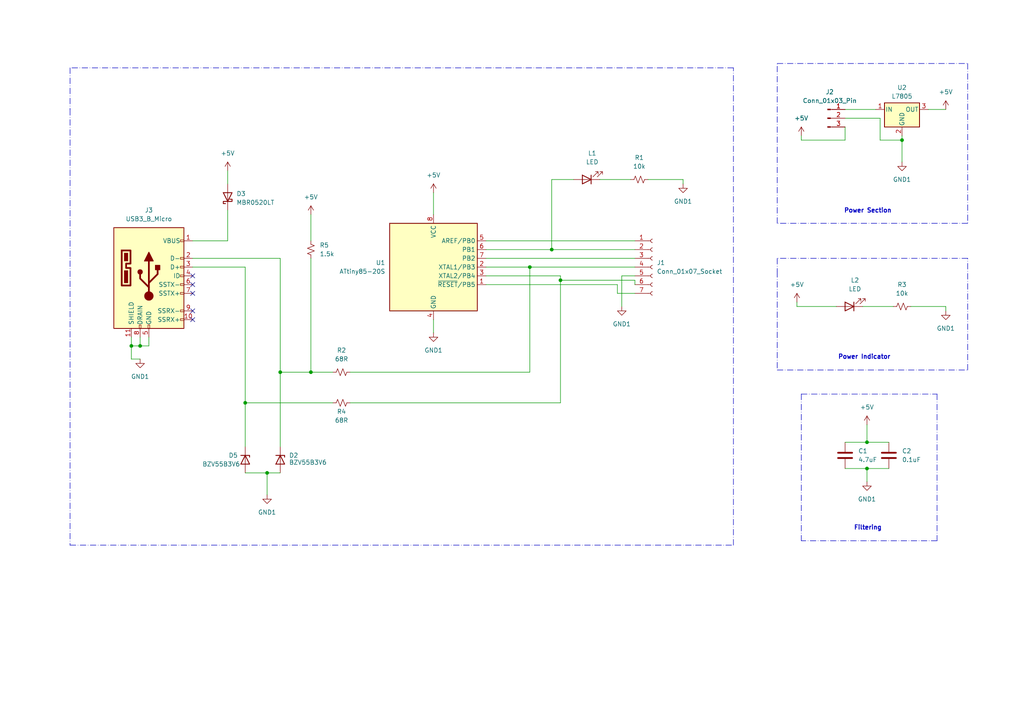
<source format=kicad_sch>
(kicad_sch (version 20231120) (generator "eeschema") (generator_version "8.0")
  (paper "A4")
  (title_block (title "ATtiny-Chainy") (date "2024-12-07") (rev "V-1.2") (company "Schrodinger Guru"))
  (lib_symbols
    (symbol "Connector:Conn_01x03_Pin" (pin_names (offset 1.016) hide)
      (property "Reference" "J" (at 0 5.08 0))
      (property "Value" "Conn_01x03_Pin" (at 0 -5.08 0))
      (symbol "Conn_01x03_Pin_1_1"
        (polyline (pts (xy 1.27 -2.54) (xy 0.8636 -2.54)) (stroke (width 0.1524)))
        (polyline (pts (xy 1.27 0) (xy 0.8636 0)) (stroke (width 0.1524)))
        (polyline (pts (xy 1.27 2.54) (xy 0.8636 2.54)) (stroke (width 0.1524)))
        (rectangle (start 0.8636 -2.413) (end 0 -2.667) (stroke (width 0.1524)) (fill (type outline)))
        (rectangle (start 0.8636 0.127) (end 0 -0.127) (stroke (width 0.1524)) (fill (type outline)))
        (rectangle (start 0.8636 2.667) (end 0 2.413) (stroke (width 0.1524)) (fill (type outline)))
        (pin passive line (at 5.08 2.54 180) (length 3.81) (name "Pin_1") (number "1"))
        (pin passive line (at 5.08 0 180) (length 3.81) (name "Pin_2") (number "2"))
        (pin passive line (at 5.08 -2.54 180) (length 3.81) (name "Pin_3") (number "3"))
      )
    )
    (symbol "Connector:Conn_01x07_Socket" (pin_names (offset 1.016) hide)
      (property "Reference" "J" (at 0 10.16 0))
      (property "Value" "Conn_01x07_Socket" (at 0 -10.16 0))
      (symbol "Conn_01x07_Socket_1_1"
        (arc (start 0 -7.112) (mid -0.5058 -7.62) (end 0 -8.128) (stroke (width 0.1524)))
        (arc (start 0 -4.572) (mid -0.5058 -5.08) (end 0 -5.588) (stroke (width 0.1524)))
        (arc (start 0 -2.032) (mid -0.5058 -2.54) (end 0 -3.048) (stroke (width 0.1524)))
        (polyline (pts (xy -1.27 -7.62) (xy -0.508 -7.62)) (stroke (width 0.1524)))
        (polyline (pts (xy -1.27 -5.08) (xy -0.508 -5.08)) (stroke (width 0.1524)))
        (polyline (pts (xy -1.27 -2.54) (xy -0.508 -2.54)) (stroke (width 0.1524)))
        (polyline (pts (xy -1.27 0) (xy -0.508 0)) (stroke (width 0.1524)))
        (polyline (pts (xy -1.27 2.54) (xy -0.508 2.54)) (stroke (width 0.1524)))
        (polyline (pts (xy -1.27 5.08) (xy -0.508 5.08)) (stroke (width 0.1524)))
        (polyline (pts (xy -1.27 7.62) (xy -0.508 7.62)) (stroke (width 0.1524)))
        (arc (start 0 0.508) (mid -0.5058 0) (end 0 -0.508) (stroke (width 0.1524)))
        (arc (start 0 3.048) (mid -0.5058 2.54) (end 0 2.032) (stroke (width 0.1524)))
        (arc (start 0 5.588) (mid -0.5058 5.08) (end 0 4.572) (stroke (width 0.1524)))
        (arc (start 0 8.128) (mid -0.5058 7.62) (end 0 7.112) (stroke (width 0.1524)))
        (pin passive line (at -5.08 7.62 0) (length 3.81) (name "Pin_1") (number "1"))
        (pin passive line (at -5.08 5.08 0) (length 3.81) (name "Pin_2") (number "2"))
        (pin passive line (at -5.08 2.54 0) (length 3.81) (name "Pin_3") (number "3"))
        (pin passive line (at -5.08 0 0) (length 3.81) (name "Pin_4") (number "4"))
        (pin passive line (at -5.08 -2.54 0) (length 3.81) (name "Pin_5") (number "5"))
        (pin passive line (at -5.08 -5.08 0) (length 3.81) (name "Pin_6") (number "6"))
        (pin passive line (at -5.08 -7.62 0) (length 3.81) (name "Pin_7") (number "7"))
      )
    )
    (symbol "Connector:USB3_B_Micro" (pin_names (offset 1.016))
      (property "Reference" "J" (at -10.16 15.24 0))
      (property "Value" "USB3_B_Micro" (at 10.16 15.24 0))
      (symbol "USB3_B_Micro_0_0"
        (rectangle (start -2.794 -15.24) (end -2.286 -14.224))
        (rectangle (start -0.254 -15.24) (end 0.254 -14.224))
        (rectangle (start 10.16 -12.446) (end 9.144 -12.954))
        (rectangle (start 10.16 -9.906) (end 9.144 -10.414))
        (rectangle (start 10.16 -4.826) (end 9.144 -5.334))
        (rectangle (start 10.16 -2.286) (end 9.144 -2.794))
        (rectangle (start 10.16 0.254) (end 9.144 -0.254))
        (rectangle (start 10.16 2.794) (end 9.144 2.286))
        (rectangle (start 10.16 5.334) (end 9.144 4.826))
        (rectangle (start 10.16 10.414) (end 9.144 9.906))
      )
      (symbol "USB3_B_Micro_0_1"
        (rectangle (start -10.16 13.97) (end 10.16 -15.24) (stroke (width 0.254)) (fill (type background)))
        (rectangle (start -7.112 1.524) (end -6.096 -2.032) (fill (type outline)))
        (rectangle (start -7.112 6.604) (end -6.096 4.318) (fill (type outline)))
        (polyline (pts (xy -7.874 7.366) (xy -7.874 -2.794) (xy -5.334 -2.794) (xy -5.334 2.286) (xy -6.604 2.286) (xy -6.604 3.556) (xy -5.334 3.556) (xy -5.334 7.366) (xy -7.874 7.366)) (stroke (width 0.508)))
      )
      (symbol "USB3_B_Micro_1_1"
        (circle (center -2.54 1.143) (radius 0.635) (stroke (width 0.254)) (fill (type outline)))
        (circle (center 0 -5.842) (radius 1.27) (fill (type outline)))
        (polyline (pts (xy 0 -5.842) (xy 0 4.318)) (stroke (width 0.508)))
        (polyline (pts (xy 0 -3.302) (xy -2.54 -0.762) (xy -2.54 0.508)) (stroke (width 0.508)))
        (polyline (pts (xy 0 -2.032) (xy 2.54 0.508) (xy 2.54 1.778)) (stroke (width 0.508)))
        (polyline (pts (xy -1.27 4.318) (xy 0 6.858) (xy 1.27 4.318) (xy -1.27 4.318)) (stroke (width 0.254)) (fill (type outline)))
        (rectangle (start 1.905 1.778) (end 3.175 3.048) (stroke (width 0.254)) (fill (type outline)))
        (pin power_out line (at 12.7 10.16 180) (length 2.54) (name "VBUS") (number "1"))
        (pin input line (at 12.7 -12.7 180) (length 2.54) (name "SSRX+") (number "10"))
        (pin passive line (at -5.08 -17.78 90) (length 2.54) (name "SHIELD") (number "11"))
        (pin bidirectional line (at 12.7 5.08 180) (length 2.54) (name "D-") (number "2"))
        (pin bidirectional line (at 12.7 2.54 180) (length 2.54) (name "D+") (number "3"))
        (pin passive line (at 12.7 0 180) (length 2.54) (name "ID") (number "4"))
        (pin power_out line (at 0 -17.78 90) (length 2.54) (name "GND") (number "5"))
        (pin output line (at 12.7 -2.54 180) (length 2.54) (name "SSTX-") (number "6"))
        (pin output line (at 12.7 -5.08 180) (length 2.54) (name "SSTX+") (number "7"))
        (pin passive line (at -2.54 -17.78 90) (length 2.54) (name "DRAIN") (number "8"))
        (pin input line (at 12.7 -10.16 180) (length 2.54) (name "SSRX-") (number "9"))
      )
    )
    (symbol "Device:C" (pin_numbers hide) (pin_names (offset 0.254))
      (property "Reference" "C" (at 0.635 2.54 0))
      (property "Value" "C" (at 0.635 -2.54 0))
      (symbol "C_0_1"
        (polyline (pts (xy -2.032 -0.762) (xy 2.032 -0.762)) (stroke (width 0.508)))
        (polyline (pts (xy -2.032 0.762) (xy 2.032 0.762)) (stroke (width 0.508)))
      )
      (symbol "C_1_1"
        (pin passive line (at 0 3.81 270) (length 2.794) (name "~") (number "1"))
        (pin passive line (at 0 -3.81 90) (length 2.794) (name "~") (number "2"))
      )
    )
    (symbol "Device:LED" (pin_numbers hide) (pin_names (offset 1.016) hide)
      (property "Reference" "D" (at 0 2.54 0))
      (property "Value" "LED" (at 0 -2.54 0))
      (symbol "LED_0_1"
        (polyline (pts (xy -1.27 -1.27) (xy -1.27 1.27)) (stroke (width 0.254)))
        (polyline (pts (xy -1.27 0) (xy 1.27 0)))
        (polyline (pts (xy 1.27 -1.27) (xy 1.27 1.27) (xy -1.27 0) (xy 1.27 -1.27)) (stroke (width 0.254)))
        (polyline (pts (xy -3.048 -0.762) (xy -4.572 -2.286) (xy -3.81 -2.286) (xy -4.572 -2.286) (xy -4.572 -1.524)))
        (polyline (pts (xy -1.778 -0.762) (xy -3.302 -2.286) (xy -2.54 -2.286) (xy -3.302 -2.286) (xy -3.302 -1.524)))
      )
      (symbol "LED_1_1"
        (pin passive line (at -3.81 0 0) (length 2.54) (name "K") (number "1"))
        (pin passive line (at 3.81 0 180) (length 2.54) (name "A") (number "2"))
      )
    )
    (symbol "Device:R_Small_US" (pin_numbers hide) (pin_names (offset 0.254) hide)
      (property "Reference" "R" (at 0.762 0.508 0))
      (property "Value" "R_Small_US" (at 0.762 -1.016 0))
      (symbol "R_Small_US_1_1"
        (polyline (pts (xy 0 0) (xy 1.016 -0.381) (xy 0 -0.762) (xy -1.016 -1.143) (xy 0 -1.524)))
        (polyline (pts (xy 0 1.524) (xy 1.016 1.143) (xy 0 0.762) (xy -1.016 0.381) (xy 0 0)))
        (pin passive line (at 0 2.54 270) (length 1.016) (name "~") (number "1"))
        (pin passive line (at 0 -2.54 90) (length 1.016) (name "~") (number "2"))
      )
    )
    (symbol "Diode:BZV55B3V6" (pin_numbers hide) (pin_names hide)
      (property "Reference" "D" (at 0 2.54 0))
      (property "Value" "BZV55B3V6" (at 0 -2.54 0))
      (symbol "BZV55B3V6_0_1"
        (polyline (pts (xy 1.27 0) (xy -1.27 0)))
        (polyline (pts (xy -1.27 -1.27) (xy -1.27 1.27) (xy -0.762 1.27)) (stroke (width 0.254)))
        (polyline (pts (xy 1.27 -1.27) (xy 1.27 1.27) (xy -1.27 0) (xy 1.27 -1.27)) (stroke (width 0.254)))
      )
      (symbol "BZV55B3V6_1_1"
        (pin passive line (at -3.81 0 0) (length 2.54) (name "K") (number "1"))
        (pin passive line (at 3.81 0 180) (length 2.54) (name "A") (number "2"))
      )
    )
    (symbol "Diode:MBR0520LT" (pin_numbers hide) (pin_names (offset 1.016) hide)
      (property "Reference" "D" (at 0 2.54 0))
      (property "Value" "MBR0520LT" (at 0 -2.54 0))
      (symbol "MBR0520LT_0_1"
        (polyline (pts (xy 1.27 0) (xy -1.27 0)))
        (polyline (pts (xy 1.27 1.27) (xy 1.27 -1.27) (xy -1.27 0) (xy 1.27 1.27)) (stroke (width 0.254)))
        (polyline (pts (xy -1.905 0.635) (xy -1.905 1.27) (xy -1.27 1.27) (xy -1.27 -1.27) (xy -0.635 -1.27) (xy -0.635 -0.635)) (stroke (width 0.254)))
      )
      (symbol "MBR0520LT_1_1"
        (pin passive line (at -3.81 0 0) (length 2.54) (name "K") (number "1"))
        (pin passive line (at 3.81 0 180) (length 2.54) (name "A") (number "2"))
      )
    )
    (symbol "MCU_Microchip_ATtiny:ATtiny85-20S"
      (property "Reference" "U" (at -12.7 13.97 0))
      (property "Value" "ATtiny85-20S" (at 2.54 -13.97 0))
      (symbol "ATtiny85-20S_0_1"
        (rectangle (start -12.7 -12.7) (end 12.7 12.7) (stroke (width 0.254)) (fill (type background)))
      )
      (symbol "ATtiny85-20S_1_1"
        (pin bidirectional line (at 15.24 -5.08 180) (length 2.54) (name "~{RESET}/PB5") (number "1"))
        (pin bidirectional line (at 15.24 0 180) (length 2.54) (name "XTAL1/PB3") (number "2"))
        (pin bidirectional line (at 15.24 -2.54 180) (length 2.54) (name "XTAL2/PB4") (number "3"))
        (pin power_in line (at 0 -15.24 90) (length 2.54) (name "GND") (number "4"))
        (pin bidirectional line (at 15.24 7.62 180) (length 2.54) (name "AREF/PB0") (number "5"))
        (pin bidirectional line (at 15.24 5.08 180) (length 2.54) (name "PB1") (number "6"))
        (pin bidirectional line (at 15.24 2.54 180) (length 2.54) (name "PB2") (number "7"))
        (pin power_in line (at 0 15.24 270) (length 2.54) (name "VCC") (number "8"))
      )
    )
    (symbol "Regulator_Linear:L7805" (pin_names (offset 0.254))
      (property "Reference" "U" (at -3.81 3.175 0))
      (property "Value" "L7805" (at 0 3.175 0))
      (symbol "L7805_0_1"
        (rectangle (start -5.08 1.905) (end 5.08 -5.08) (stroke (width 0.254)) (fill (type background)))
      )
      (symbol "L7805_1_1"
        (pin power_in line (at -7.62 0 0) (length 2.54) (name "IN") (number "1"))
        (pin power_in line (at 0 -7.62 90) (length 2.54) (name "GND") (number "2"))
        (pin power_out line (at 7.62 0 180) (length 2.54) (name "OUT") (number "3"))
      )
    )
    (symbol "power:+5V" (power) (pin_names (offset 0))
      (property "Value" "+5V" (at 0 3.556 0))
      (symbol "+5V_0_1"
        (polyline (pts (xy -0.762 1.27) (xy 0 2.54)))
        (polyline (pts (xy 0 0) (xy 0 2.54)))
        (polyline (pts (xy 0 2.54) (xy 0.762 1.27)))
      )
      (symbol "+5V_1_1"
        (pin power_in line (at 0 0 90) (length 0) hide (name "+5V") (number "1"))
      )
    )
    (symbol "power:GND1" (power) (pin_names (offset 0))
      (property "Value" "GND1" (at 0 -3.81 0))
      (symbol "GND1_0_1"
        (polyline (pts (xy 0 0) (xy 0 -1.27) (xy 1.27 -1.27) (xy 0 -2.54) (xy -1.27 -1.27) (xy 0 -1.27)))
      )
      (symbol "GND1_1_1"
        (pin power_in line (at 0 0 270) (length 0) hide (name "GND1") (number "1"))
      )
    )
  )
  (junction (at 71.12 116.84))
  (junction (at 261.62 40.64))
  (junction (at 38.1 100.33))
  (junction (at 251.46 128.27))
  (junction (at 251.46 135.89))
  (junction (at 160.02 72.39))
  (junction (at 90.17 107.95))
  (junction (at 40.64 100.33))
  (junction (at 153.67 77.47))
  (junction (at 162.56 81.28))
  (junction (at 77.47 137.16))
  (junction (at 81.28 107.95))
  (no_connect (at 55.88 80.01))
  (no_connect (at 55.88 82.55))
  (no_connect (at 55.88 90.17))
  (no_connect (at 55.88 85.09))
  (no_connect (at 55.88 92.71))
  (wire (pts (xy 245.11 34.29) (xy 255.27 34.29)))
  (wire (pts (xy 162.56 116.84) (xy 162.56 81.28)))
  (wire (pts (xy 81.28 74.93) (xy 81.28 107.95)))
  (polyline (pts (xy 280.67 18.415) (xy 280.67 64.77)) (stroke (width 0) (type dash_dot)))
  (wire (pts (xy 180.34 80.01) (xy 180.34 88.9)))
  (polyline (pts (xy 280.67 64.77) (xy 225.425 64.77)) (stroke (width 0) (type dash_dot)))
  (wire (pts (xy 140.97 82.55) (xy 179.07 82.55)))
  (wire (pts (xy 231.14 88.9) (xy 242.57 88.9)))
  (wire (pts (xy 245.11 40.64) (xy 245.11 36.83)))
  (wire (pts (xy 125.73 55.88) (xy 125.73 62.23)))
  (wire (pts (xy 125.73 92.71) (xy 125.73 96.52)))
  (wire (pts (xy 269.24 31.75) (xy 274.32 31.75)))
  (wire (pts (xy 274.32 88.9) (xy 274.32 90.17)))
  (polyline (pts (xy 280.67 107.315) (xy 280.67 74.93)) (stroke (width 0) (type dash_dot)))
  (wire (pts (xy 81.28 107.95) (xy 90.17 107.95)))
  (wire (pts (xy 245.11 128.27) (xy 251.46 128.27)))
  (wire (pts (xy 231.14 87.63) (xy 231.14 88.9)))
  (wire (pts (xy 90.17 62.23) (xy 90.17 69.85)))
  (polyline (pts (xy 225.425 18.415) (xy 280.67 18.415)) (stroke (width 0) (type dash_dot)))
  (wire (pts (xy 162.56 81.28) (xy 162.56 80.01)))
  (wire (pts (xy 90.17 74.93) (xy 90.17 107.95)))
  (wire (pts (xy 40.64 100.33) (xy 38.1 100.33)))
  (wire (pts (xy 251.46 128.27) (xy 257.81 128.27)))
  (wire (pts (xy 264.16 88.9) (xy 274.32 88.9)))
  (wire (pts (xy 140.97 77.47) (xy 153.67 77.47)))
  (wire (pts (xy 140.97 69.85) (xy 184.15 69.85)))
  (wire (pts (xy 160.02 52.07) (xy 160.02 72.39)))
  (wire (pts (xy 245.11 135.89) (xy 251.46 135.89)))
  (polyline (pts (xy 212.725 19.685) (xy 20.32 19.685)) (stroke (width 0) (type dash_dot)))
  (wire (pts (xy 179.07 82.55) (xy 179.07 85.09)))
  (polyline (pts (xy 20.32 31.75) (xy 20.32 158.115)) (stroke (width 0) (type dash_dot)))
  (wire (pts (xy 261.62 39.37) (xy 261.62 40.64)))
  (wire (pts (xy 55.88 77.47) (xy 71.12 77.47)))
  (polyline (pts (xy 232.41 114.3) (xy 271.78 114.3)) (stroke (width 0) (type dash_dot)))
  (wire (pts (xy 184.15 82.55) (xy 184.15 81.28)))
  (wire (pts (xy 180.34 80.01) (xy 184.15 80.01)))
  (wire (pts (xy 160.02 72.39) (xy 184.15 72.39)))
  (wire (pts (xy 71.12 116.84) (xy 96.52 116.84)))
  (wire (pts (xy 38.1 104.14) (xy 40.64 104.14)))
  (wire (pts (xy 162.56 81.28) (xy 184.15 81.28)))
  (wire (pts (xy 245.11 31.75) (xy 254 31.75)))
  (wire (pts (xy 38.1 97.79) (xy 38.1 100.33)))
  (wire (pts (xy 43.18 100.33) (xy 40.64 100.33)))
  (wire (pts (xy 198.12 52.07) (xy 198.12 53.34)))
  (wire (pts (xy 71.12 137.16) (xy 77.47 137.16)))
  (polyline (pts (xy 225.425 107.315) (xy 280.67 107.315)) (stroke (width 0) (type dash_dot)))
  (wire (pts (xy 55.88 69.85) (xy 66.04 69.85)))
  (wire (pts (xy 251.46 123.19) (xy 251.46 128.27)))
  (wire (pts (xy 71.12 116.84) (xy 71.12 129.54)))
  (wire (pts (xy 101.6 107.95) (xy 153.67 107.95)))
  (wire (pts (xy 77.47 137.16) (xy 77.47 143.51)))
  (polyline (pts (xy 280.67 74.93) (xy 225.425 74.93)) (stroke (width 0) (type dash_dot)))
  (wire (pts (xy 255.27 34.29) (xy 255.27 40.64)))
  (wire (pts (xy 153.67 77.47) (xy 184.15 77.47)))
  (wire (pts (xy 250.19 88.9) (xy 259.08 88.9)))
  (wire (pts (xy 140.97 80.01) (xy 162.56 80.01)))
  (wire (pts (xy 153.67 107.95) (xy 153.67 77.47)))
  (polyline (pts (xy 225.425 78.74) (xy 225.425 107.315)) (stroke (width 0) (type dash_dot)))
  (wire (pts (xy 66.04 49.53) (xy 66.04 53.34)))
  (polyline (pts (xy 20.32 158.115) (xy 212.725 158.115)) (stroke (width 0) (type dash_dot)))
  (wire (pts (xy 179.07 85.09) (xy 184.15 85.09)))
  (wire (pts (xy 251.46 135.89) (xy 257.81 135.89)))
  (wire (pts (xy 40.64 97.79) (xy 40.64 100.33)))
  (wire (pts (xy 101.6 116.84) (xy 162.56 116.84)))
  (wire (pts (xy 251.46 135.89) (xy 251.46 139.7)))
  (polyline (pts (xy 225.425 74.93) (xy 225.425 78.74)) (stroke (width 0) (type dash_dot)))
  (polyline (pts (xy 212.725 158.115) (xy 212.725 19.685)) (stroke (width 0) (type dash_dot)))
  (polyline (pts (xy 20.32 19.685) (xy 20.32 31.75)) (stroke (width 0) (type dash_dot)))
  (wire (pts (xy 77.47 137.16) (xy 81.28 137.16)))
  (wire (pts (xy 140.97 72.39) (xy 160.02 72.39)))
  (polyline (pts (xy 232.41 114.3) (xy 232.41 156.845)) (stroke (width 0) (type dash_dot)))
  (wire (pts (xy 38.1 100.33) (xy 38.1 104.14)))
  (polyline (pts (xy 271.78 114.3) (xy 271.78 156.845)) (stroke (width 0) (type dash_dot)))
  (wire (pts (xy 140.97 74.93) (xy 184.15 74.93)))
  (wire (pts (xy 90.17 107.95) (xy 96.52 107.95)))
  (wire (pts (xy 232.41 39.37) (xy 232.41 40.64)))
  (wire (pts (xy 71.12 77.47) (xy 71.12 116.84)))
  (wire (pts (xy 187.96 52.07) (xy 198.12 52.07)))
  (wire (pts (xy 55.88 74.93) (xy 81.28 74.93)))
  (wire (pts (xy 232.41 40.64) (xy 245.11 40.64)))
  (wire (pts (xy 261.62 40.64) (xy 261.62 46.99)))
  (polyline (pts (xy 225.425 64.77) (xy 225.425 18.415)) (stroke (width 0) (type dash_dot)))
  (wire (pts (xy 166.37 52.07) (xy 160.02 52.07)))
  (wire (pts (xy 173.99 52.07) (xy 182.88 52.07)))
  (polyline (pts (xy 271.78 156.845) (xy 232.41 156.845)) (stroke (width 0) (type dash_dot)))
  (wire (pts (xy 66.04 60.96) (xy 66.04 69.85)))
  (wire (pts (xy 81.28 107.95) (xy 81.28 129.54)))
  (wire (pts (xy 43.18 97.79) (xy 43.18 100.33)))
  (wire (pts (xy 255.27 40.64) (xy 261.62 40.64)))
  (text "Power Indicator" (at 250.698 103.632 0) (effects (font (size 1.27 1.27) (thickness 0.254) (bold yes))))
  (text "Filtering" (at 251.714 153.162 0) (effects (font (size 1.27 1.27) (thickness 0.254) (bold yes))))
  (text "Power Section" (at 251.714 61.214 0) (effects (font (size 1.27 1.27) (thickness 0.254) (bold yes))))
  (symbol (lib_id "Diode:BZV55B3V6") (at 71.12 133.35 270) (unit 1)
    (property "Reference" "D5" (at 66.294 132.08 90) (effects (justify left)))
    (property "Value" "BZV55B3V6" (at 58.674 134.62 90) (effects (justify left)))
    (property "Footprint" "Diode_SMD:D_MiniMELF" (effects (hide yes)))
    (property "Datasheet" "https://assets.nexperia.com/documents/data-sheet/BZV55_SER.pdf" (effects (hide yes)))
  )
  (symbol (lib_id "power:GND1") (at 274.32 90.17 0) (unit 1)
    (property "Reference" "#PWR012" (effects (hide yes)))
    (property "Value" "GND1" (at 274.32 95.25 0))
  )
  (symbol (lib_id "power:+5V") (at 90.17 62.23 0) (unit 1)
    (property "Reference" "#PWR014" (effects (hide yes)))
    (property "Value" "+5V" (at 90.17 57.15 0))
  )
  (symbol (lib_id "power:+5V") (at 232.41 39.37 0) (unit 1)
    (property "Reference" "#PWR01" (effects (hide yes)))
    (property "Value" "+5V" (at 232.41 34.29 0))
  )
  (symbol (lib_id "Device:R_Small_US") (at 185.42 52.07 90) (unit 1)
    (property "Reference" "R1" (at 185.42 45.72 90))
    (property "Value" "10k" (at 185.42 48.26 90))
    (property "Footprint" "Resistor_SMD:R_0805_2012Metric_Pad1.20x1.40mm_HandSolder" (effects (hide yes)))
  )
  (symbol (lib_id "Device:R_Small_US") (at 261.62 88.9 90) (unit 1)
    (property "Reference" "R3" (at 261.62 82.55 90))
    (property "Value" "10k" (at 261.62 85.09 90))
    (property "Footprint" "Resistor_SMD:R_0805_2012Metric_Pad1.20x1.40mm_HandSolder" (effects (hide yes)))
  )
  (symbol (lib_id "power:+5V") (at 251.46 123.19 0) (unit 1)
    (property "Reference" "#PWR05" (effects (hide yes)))
    (property "Value" "+5V" (at 251.46 118.11 0))
  )
  (symbol (lib_id "Regulator_Linear:L7805") (at 261.62 31.75 0) (unit 1)
    (property "Reference" "U2" (at 261.62 25.4 0))
    (property "Value" "L7805" (at 261.62 27.94 0))
    (property "Footprint" "Package_TO_SOT_SMD:TO-252-2" (effects (hide yes)))
    (property "Datasheet" "http://www.st.com/content/ccc/resource/technical/document/datasheet/41/4f/b3/b0/12/d4/47/88/CD00000444.pdf/files/CD00000444.pdf/jcr:content/translations/en.CD00000444.pdf" (effects (hide yes)))
  )
  (symbol (lib_id "power:GND1") (at 198.12 53.34 0) (unit 1)
    (property "Reference" "#PWR011" (effects (hide yes)))
    (property "Value" "GND1" (at 198.12 58.42 0))
  )
  (symbol (lib_id "power:GND1") (at 40.64 104.14 0) (unit 1)
    (property "Reference" "#PWR08" (effects (hide yes)))
    (property "Value" "GND1" (at 40.64 109.22 0))
  )
  (symbol (lib_id "Connector:Conn_01x03_Pin") (at 240.03 34.29 0) (unit 1)
    (property "Reference" "J2" (at 240.665 26.67 0))
    (property "Value" "Conn_01x03_Pin" (at 240.665 29.21 0))
    (property "Footprint" "Connector_PinHeader_2.54mm:PinHeader_1x03_P2.54mm_Vertical" (effects (hide yes)))
  )
  (symbol (lib_id "Device:LED") (at 170.18 52.07 180) (unit 1)
    (property "Reference" "L1" (at 171.7675 44.45 0))
    (property "Value" "LED" (at 171.7675 46.99 0))
    (property "Footprint" "LED_SMD:LED_0805_2012Metric_Pad1.15x1.40mm_HandSolder" (effects (hide yes)))
  )
  (symbol (lib_id "Device:C") (at 245.11 132.08 0) (unit 1)
    (property "Reference" "C1" (at 248.92 130.81 0) (effects (justify left)))
    (property "Value" "4.7uF" (at 248.92 133.35 0) (effects (justify left)))
    (property "Footprint" "Capacitor_SMD:C_0805_2012Metric_Pad1.18x1.45mm_HandSolder" (effects (hide yes)))
  )
  (symbol (lib_id "Diode:BZV55B3V6") (at 81.28 133.35 270) (unit 1)
    (property "Reference" "D2" (at 83.82 132.08 90) (effects (justify left)))
    (property "Value" "BZV55B3V6" (at 83.82 134.112 90) (effects (justify left)))
    (property "Footprint" "Diode_SMD:D_MiniMELF" (effects (hide yes)))
    (property "Datasheet" "https://assets.nexperia.com/documents/data-sheet/BZV55_SER.pdf" (effects (hide yes)))
  )
  (symbol (lib_id "power:+5V") (at 231.14 87.63 0) (unit 1)
    (property "Reference" "#PWR013" (effects (hide yes)))
    (property "Value" "+5V" (at 231.14 82.55 0))
  )
  (symbol (lib_id "power:GND1") (at 125.73 96.52 0) (unit 1)
    (property "Reference" "#PWR010" (effects (hide yes)))
    (property "Value" "GND1" (at 125.73 101.6 0))
  )
  (symbol (lib_id "Device:LED") (at 246.38 88.9 180) (unit 1)
    (property "Reference" "L2" (at 247.9675 81.28 0))
    (property "Value" "LED" (at 247.9675 83.82 0))
    (property "Footprint" "LED_SMD:LED_0805_2012Metric_Pad1.15x1.40mm_HandSolder" (effects (hide yes)))
  )
  (symbol (lib_id "power:GND1") (at 251.46 139.7 0) (unit 1)
    (property "Reference" "#PWR06" (effects (hide yes)))
    (property "Value" "GND1" (at 251.46 144.78 0))
  )
  (symbol (lib_id "power:GND1") (at 261.62 46.99 0) (unit 1)
    (property "Reference" "#PWR03" (effects (hide yes)))
    (property "Value" "GND1" (at 261.62 52.07 0))
  )
  (symbol (lib_id "Device:R_Small_US") (at 99.06 116.84 90) (unit 1)
    (property "Reference" "R4" (at 99.06 119.38 90))
    (property "Value" "68R" (at 99.06 121.92 90))
    (property "Footprint" "Resistor_SMD:R_0805_2012Metric_Pad1.20x1.40mm_HandSolder" (effects (hide yes)))
  )
  (symbol (lib_id "MCU_Microchip_ATtiny:ATtiny85-20S") (at 125.73 77.47 0) (unit 1)
    (property "Reference" "U1" (at 111.76 76.2 0) (effects (justify right)))
    (property "Value" "ATtiny85-20S" (at 111.76 78.74 0) (effects (justify right)))
    (property "Footprint" "Package_SO:SOIC-8W_5.3x5.3mm_P1.27mm" (effects (hide yes)))
    (property "Datasheet" "http://ww1.microchip.com/downloads/en/DeviceDoc/atmel-2586-avr-8-bit-microcontroller-attiny25-attiny45-attiny85_datasheet.pdf" (effects (hide yes)))
  )
  (symbol (lib_id "power:+5V") (at 274.32 31.75 0) (unit 1)
    (property "Reference" "#PWR04" (effects (hide yes)))
    (property "Value" "+5V" (at 274.32 26.67 0))
  )
  (symbol (lib_id "power:+5V") (at 66.04 49.53 0) (unit 1)
    (property "Reference" "#PWR07" (effects (hide yes)))
    (property "Value" "+5V" (at 66.04 44.45 0))
  )
  (symbol (lib_id "Device:C") (at 257.81 132.08 0) (unit 1)
    (property "Reference" "C2" (at 261.62 130.81 0) (effects (justify left)))
    (property "Value" "0.1uF" (at 261.62 133.35 0) (effects (justify left)))
    (property "Footprint" "Capacitor_SMD:C_0805_2012Metric_Pad1.18x1.45mm_HandSolder" (effects (hide yes)))
  )
  (symbol (lib_id "Diode:MBR0520LT") (at 66.04 57.15 90) (unit 1)
    (property "Reference" "D3" (at 68.58 56.1975 90) (effects (justify right)))
    (property "Value" "MBR0520LT" (at 68.58 58.7375 90) (effects (justify right)))
    (property "Footprint" "Diode_SMD:D_SOD-123" (effects (hide yes)))
    (property "Datasheet" "http://www.onsemi.com/pub_link/Collateral/MBR0520LT1-D.PDF" (effects (hide yes)))
  )
  (symbol (lib_id "Device:R_Small_US") (at 99.06 107.95 90) (unit 1)
    (property "Reference" "R2" (at 99.06 101.6 90))
    (property "Value" "68R" (at 99.06 104.14 90))
    (property "Footprint" "Resistor_SMD:R_0805_2012Metric_Pad1.20x1.40mm_HandSolder" (effects (hide yes)))
  )
  (symbol (lib_id "power:GND1") (at 77.47 143.51 0) (unit 1)
    (property "Reference" "#PWR02" (effects (hide yes)))
    (property "Value" "GND1" (at 77.47 148.59 0))
  )
  (symbol (lib_id "power:GND1") (at 180.34 88.9 0) (unit 1)
    (property "Reference" "#PWR015" (effects (hide yes)))
    (property "Value" "GND1" (at 180.34 93.98 0))
  )
  (symbol (lib_id "Connector:Conn_01x07_Socket") (at 189.23 77.47 0) (unit 1)
    (property "Reference" "J1" (at 190.5 76.2 0) (effects (justify left)))
    (property "Value" "Conn_01x07_Socket" (at 190.5 78.74 0) (effects (justify left)))
    (property "Footprint" "Connector_PinHeader_2.54mm:PinHeader_1x07_P2.54mm_Vertical" (effects (hide yes)))
  )
  (symbol (lib_id "Device:R_Small_US") (at 90.17 72.39 180) (unit 1)
    (property "Reference" "R5" (at 92.71 71.12 0) (effects (justify right)))
    (property "Value" "1.5k" (at 92.71 73.66 0) (effects (justify right)))
    (property "Footprint" "Resistor_SMD:R_0805_2012Metric_Pad1.20x1.40mm_HandSolder" (effects (hide yes)))
  )
  (symbol (lib_id "Connector:USB3_B_Micro") (at 43.18 80.01 0) (unit 1)
    (property "Reference" "J3" (at 43.18 60.96 0))
    (property "Value" "USB3_B_Micro" (at 43.18 63.5 0))
    (property "Footprint" "Connector_USB:USB_Micro-B_Molex-105017-0001" (effects (hide yes)))
  )
  (symbol (lib_id "power:+5V") (at 125.73 55.88 0) (unit 1)
    (property "Reference" "#PWR09" (effects (hide yes)))
    (property "Value" "+5V" (at 125.73 50.8 0))
  )
)
</source>
